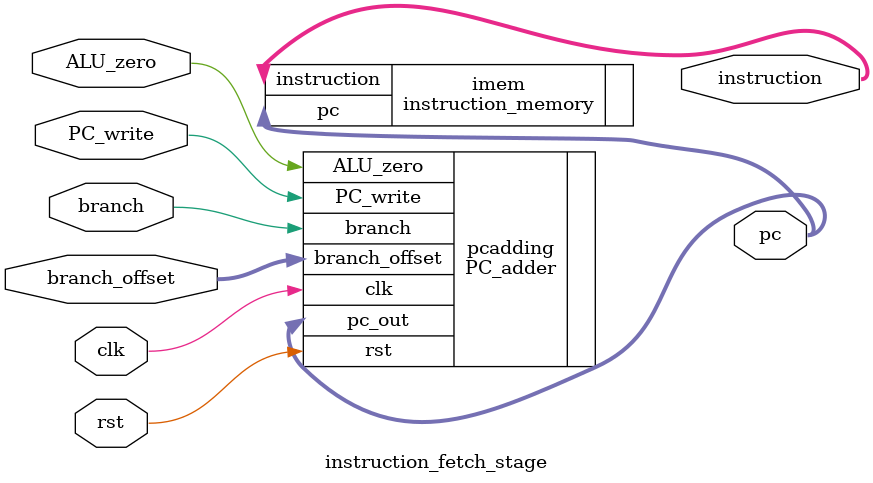
<source format=v>
`include "PC_adder.v"
`include "instruction_memory.v"

module instruction_fetch_stage(
    input wire clk, 
    input wire rst,
    input wire ALU_zero,
    input wire branch,
    input wire PC_write,
    input wire [63:0] branch_offset,
    output wire [63:0] pc,
    output wire [31:0] instruction
);

    // program counter adding
    PC_adder pcadding(
        .clk(clk),
        .rst(rst),
        .ALU_zero(ALU_zero),
        .branch_offset(branch_offset),
        .branch(branch),
        .PC_write(PC_write),
        .pc_out(pc)
    );

    // instruction mem
    instruction_memory imem(
        .pc(pc),    
        .instruction(instruction)
    );

endmodule
</source>
